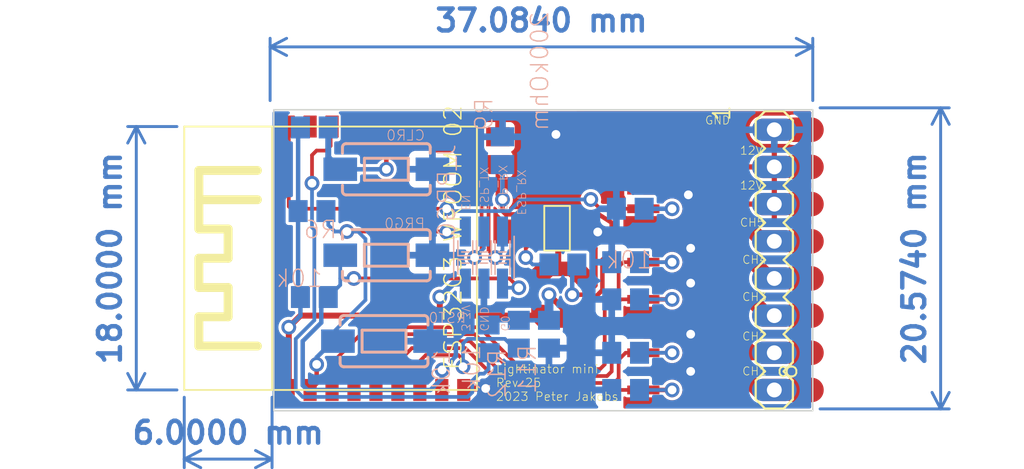
<source format=kicad_pcb>
(kicad_pcb (version 20211014) (generator pcbnew)
  (title_block (comment 4 "AISLER Project ID: PRCLBGUD"))
  (layers (0 "F.Cu" signal) (31 "B.Cu" signal) (34 "B.Paste" user) (35 "F.Paste" user) (36 "B.SilkS" user "B.Silkscreen") (37 "F.SilkS" user "F.Silkscreen") (38 "B.Mask" user) (39 "F.Mask" user) (44 "Edge.Cuts" user))
  (net 0 "")
  (net 1 "GND")
  (net 2 "CH1")
  (net 3 "CH3")
  (net 4 "CH2")
  (net 5 "CLR")
  (net 6 "12V")
  (net 7 "3V3")
  (net 8 "EN")
  (net 9 "CH5A")
  (net 10 "TX")
  (net 11 "RX")
  (net 12 "CH5")
  (net 13 "CH4")
  (net 14 "N$9")
  (net 15 "SW")
  (net 16 "BOOT")
  (net 17 "EN_P")
  (net 18 "PRG")
  (net 19 "IO2")
  (net 20 "IO8")
  (net 21 "CH4A")
  (net 22 "CH3A")
  (net 23 "CH2A")
  (net 24 "CH1A")
  (footprint "rgbww32c3wroom02:LPS4018" (layer "F.Cu") (at 168.1861 37.53485 -90)
    (fp_text reference "L1" hide)
    (fp_text value "15µH" hide)
    (fp_poly (pts (xy -0.6858 -1.142497) (xy -1.27 -0.545597) (xy -1.27 0.545597) (xy -0.6858 1.142497) (xy -0.6858 2.0066) (xy -1.664176 2.0066) (xy -2.2606 1.423731) (xy -2.2606 -1.423731) (xy -1.664176 -2.0066) (xy -0.6858 -2.0066)) (layer "F.Cu") (width 0) (fill solid))
    (fp_poly (pts (xy 2.2606 -1.423731) (xy 2.2606 1.423731) (xy 1.664176 2.0066) (xy 0.6858 2.0066) (xy 0.6858 1.142497) (xy 1.27 0.545597) (xy 1.27 -0.545597) (xy 0.6858 -1.142497) (xy 0.6858 -2.0066) (xy 1.664176 -2.0066)) (layer "F.Cu") (width 0) (fill solid))
    (pad "1" smd rect (at -1.905 0) (size 1.27 0.635) (layers "F.Cu" "F.Paste" "F.Mask") (net 15 "SW"))
    (pad "2" smd rect (at 1.905 0) (size 1.27 0.635) (layers "F.Cu" "F.Paste" "F.Mask") (net 7 "3V3"))
  )
  (footprint "rgbww32c3wroom02:SO08" (layer "F.Cu") (at 176.4411 42.1386 -90)
    (fp_text reference "U$1" hide)
    (fp_text value "AOD4806" hide)
    (pad "1" smd rect (at -1.905 2.6 270) (size 0.6 2.2) (layers "F.Cu" "F.Paste" "F.Mask") (net 1 "GND"))
    (pad "2" smd rect (at -0.635 2.6 270) (size 0.6 2.2) (layers "F.Cu" "F.Paste" "F.Mask") (net 23 "CH2A"))
    (pad "3" smd rect (at 0.635 2.6 270) (size 0.6 2.2) (layers "F.Cu" "F.Paste" "F.Mask") (net 1 "GND"))
    (pad "4" smd rect (at 1.905 2.6 270) (size 0.6 2.2) (layers "F.Cu" "F.Paste" "F.Mask") (net 24 "CH1A"))
    (pad "5" smd rect (at 1.905 -2.6 270) (size 0.6 2.2) (layers "F.Cu" "F.Paste" "F.Mask") (net 2 "CH1"))
    (pad "6" smd rect (at 0.635 -2.6 270) (size 0.6 2.2) (layers "F.Cu" "F.Paste" "F.Mask") (net 2 "CH1"))
    (pad "7" smd rect (at -0.635 -2.6 270) (size 0.6 2.2) (layers "F.Cu" "F.Paste" "F.Mask") (net 4 "CH2"))
    (pad "8" smd rect (at -1.905 -2.6 270) (size 0.6 2.2) (layers "F.Cu" "F.Paste" "F.Mask") (net 4 "CH2"))
  )
  (footprint "rgbww32c3wroom02:M0805" (layer "F.Cu") (at 163.89985 27.69235 90)
    (fp_text reference "R8" hide)
    (fp_text value "412kOhm" hide)
    (pad "1" smd rect (at -0.95 0 90) (size 1.3 1.6) (layers "F.Cu" "F.Paste" "F.Mask") (net 17 "EN_P"))
    (pad "2" smd rect (at 0.95 0 90) (size 1.3 1.6) (layers "F.Cu" "F.Paste" "F.Mask") (net 6 "12V"))
  )
  (footprint "rgbww32c3wroom02:SOT23-6" (layer "F.Cu") (at 168.8211 34.5186 180)
    (fp_text reference "U$6" hide)
    (fp_text value "TPS5604030" hide)
    (pad "1" smd rect (at -0.25 0.575 180) (size 1.1 0.6) (layers "F.Cu" "F.Paste" "F.Mask") (net 16 "BOOT"))
    (pad "2" smd rect (at -0.25 1.525 180) (size 1.1 0.6) (layers "F.Cu" "F.Paste" "F.Mask") (net 1 "GND"))
    (pad "3" smd rect (at -0.25 2.475 180) (size 1.1 0.6) (layers "F.Cu" "F.Paste" "F.Mask") (net 7 "3V3"))
    (pad "4" smd rect (at 2 2.475 180) (size 1.1 0.6) (layers "F.Cu" "F.Paste" "F.Mask") (net 17 "EN_P"))
    (pad "5" smd rect (at 2 1.525 180) (size 1.1 0.6) (layers "F.Cu" "F.Paste" "F.Mask") (net 6 "12V"))
    (pad "6" smd rect (at 2 0.575 180) (size 1.1 0.6) (layers "F.Cu" "F.Paste" "F.Mask") (net 15 "SW"))
  )
  (footprint "rgbww32c3wroom02:SO08" (layer "F.Cu") (at 176.4411 29.7561 -90)
    (fp_text reference "U$3" hide)
    (fp_text value "AOD4806" hide)
    (pad "1" smd rect (at -1.905 2.6 270) (size 0.6 2.2) (layers "F.Cu" "F.Paste" "F.Mask"))
    (pad "2" smd rect (at -0.635 2.6 270) (size 0.6 2.2) (layers "F.Cu" "F.Paste" "F.Mask"))
    (pad "3" smd rect (at 0.635 2.6 270) (size 0.6 2.2) (layers "F.Cu" "F.Paste" "F.Mask") (net 1 "GND"))
    (pad "4" smd rect (at 1.905 2.6 270) (size 0.6 2.2) (layers "F.Cu" "F.Paste" "F.Mask") (net 9 "CH5A"))
    (pad "5" smd rect (at 1.905 -2.6 270) (size 0.6 2.2) (layers "F.Cu" "F.Paste" "F.Mask") (net 12 "CH5"))
    (pad "6" smd rect (at 0.635 -2.6 270) (size 0.6 2.2) (layers "F.Cu" "F.Paste" "F.Mask") (net 12 "CH5"))
    (pad "7" smd rect (at -0.635 -2.6 270) (size 0.6 2.2) (layers "F.Cu" "F.Paste" "F.Mask"))
    (pad "8" smd rect (at -1.905 -2.6 270) (size 0.6 2.2) (layers "F.Cu" "F.Paste" "F.Mask"))
  )
  (footprint "rgbww32c3wroom02:MA08-1" (layer "F.Cu") (at 182.7911 35.1536 -90)
    (fp_text reference "SV1" hide)
    (fp_text value "" (at -1.27 2.921 90) (layer "F.SilkS") (effects (font (size 1.1557 1.1557) (thickness 0.1143)) (justify right)))
    (fp_text user "1" (at -9.398 2.921 -90) (layer "F.SilkS") (effects (font (size 1.143 1.143) (thickness 0.127)) (justify left bottom)))
    (fp_text user "8" (at 8.255 -1.651 -90) (layer "F.SilkS") (effects (font (size 1.143 1.143) (thickness 0.127)) (justify left bottom)))
    (pad "1" thru_hole oval (at -8.89 0) (size 3.048 1.524) (drill 1.016) (layers *.Cu *.Mask) (net 1 "GND"))
    (pad "2" thru_hole oval (at -6.35 0) (size 3.048 1.524) (drill 1.016) (layers *.Cu *.Mask) (net 6 "12V"))
    (pad "3" thru_hole oval (at -3.81 0) (size 3.048 1.524) (drill 1.016) (layers *.Cu *.Mask) (net 6 "12V"))
    (pad "4" thru_hole oval (at -1.27 0) (size 3.048 1.524) (drill 1.016) (layers *.Cu *.Mask) (net 12 "CH5"))
    (pad "5" thru_hole oval (at 1.27 0) (size 3.048 1.524) (drill 1.016) (layers *.Cu *.Mask) (net 13 "CH4"))
    (pad "6" thru_hole oval (at 3.81 0) (size 3.048 1.524) (drill 1.016) (layers *.Cu *.Mask) (net 3 "CH3"))
    (pad "7" thru_hole oval (at 6.35 0) (size 3.048 1.524) (drill 1.016) (layers *.Cu *.Mask) (net 4 "CH2"))
    (pad "8" thru_hole oval (at 8.89 0) (size 3.048 1.524) (drill 1.016) (layers *.Cu *.Mask) (net 2 "CH1"))
  )
  (footprint "rgbww32c3wroom02:SMD" (layer "F.Cu") (at 155.1686 35.1536 90)
    (fp_text reference "U$5" hide)
    (fp_text value "ESP32C3WROOM02" hide)
    (fp_text user "ESP32C3 WROOM 02" (at -7.62 6.35 90) (layer "F.SilkS") (effects (font (size 1.1684 1.1684) (thickness 0.1016)) (justify left bottom)))
    (pad "P$1" smd rect (at -8.89 6.4 90) (size 1.5 0.9) (layers "F.Cu" "F.Paste" "F.Mask") (net 1 "GND"))
    (pad "P$2" smd rect (at -8.89 4.9 90) (size 1.5 0.9) (layers "F.Cu" "F.Paste" "F.Mask") (net 18 "PRG"))
    (pad "P$3" smd rect (at -8.89 3.4 90) (size 1.5 0.9) (layers "F.Cu" "F.Paste" "F.Mask") (net 20 "IO8"))
    (pad "P$4" smd rect (at -8.89 1.9 90) (size 1.5 0.9) (layers "F.Cu" "F.Paste" "F.Mask") (net 24 "CH1A"))
    (pad "P$5" smd rect (at -8.89 0.4 90) (size 1.5 0.9) (layers "F.Cu" "F.Paste" "F.Mask") (net 23 "CH2A"))
    (pad "P$6" smd rect (at -8.89 -1.1 90) (size 1.5 0.9) (layers "F.Cu" "F.Paste" "F.Mask") (net 22 "CH3A"))
    (pad "P$7" smd rect (at -8.89 -2.6 90) (size 1.5 0.9) (layers "F.Cu" "F.Paste" "F.Mask") (net 21 "CH4A"))
    (pad "P$8" smd rect (at -8.89 -4.1 90) (size 1.5 0.9) (layers "F.Cu" "F.Paste" "F.Mask") (net 8 "EN"))
    (pad "P$9" smd rect (at -8.89 -5.6 90) (size 1.5 0.9) (layers "F.Cu" "F.Paste" "F.Mask") (net 7 "3V3"))
    (pad "P$10" smd rect (at 9.11 6.4 90) (size 1.5 0.9) (layers "F.Cu" "F.Paste" "F.Mask"))
    (pad "P$11" smd rect (at 9.11 4.9 90) (size 1.5 0.9) (layers "F.Cu" "F.Paste" "F.Mask") (net 11 "RX"))
    (pad "P$12" smd rect (at 9.11 3.4 90) (size 1.5 0.9) (layers "F.Cu" "F.Paste" "F.Mask") (net 10 "TX"))
    (pad "P$13" smd rect (at 9.11 1.9 90) (size 1.5 0.9) (layers "F.Cu" "F.Paste" "F.Mask") (net 5 "CLR"))
    (pad "P$14" smd rect (at 9.11 0.4 90) (size 1.5 0.9) (layers "F.Cu" "F.Paste" "F.Mask") (net 14 "N$9"))
    (pad "P$15" smd rect (at 9.11 -1.1 90) (size 1.5 0.9) (layers "F.Cu" "F.Paste" "F.Mask"))
    (pad "P$16" smd rect (at 9.11 -2.6 90) (size 1.5 0.9) (layers "F.Cu" "F.Paste" "F.Mask") (net 19 "IO2"))
    (pad "P$17" smd rect (at 9.11 -4.1 90) (size 1.5 0.9) (layers "F.Cu" "F.Paste" "F.Mask"))
    (pad "P$18" smd rect (at 9.11 -5.6 90) (size 1.5 0.9) (layers "F.Cu" "F.Paste" "F.Mask") (net 9 "CH5A"))
  )
  (footprint "rgbww32c3wroom02:C1210" (layer "F.Cu") (at 170.56735 27.8511 90)
    (fp_text reference "C3" hide)
    (fp_text value "4.7µF" hide)
    (pad "1" smd rect (at -1.4 0 90) (size 1.6 2.7) (layers "F.Cu" "F.Paste" "F.Mask") (net 6 "12V"))
    (pad "2" smd rect (at 1.4 0 90) (size 1.6 2.7) (layers "F.Cu" "F.Paste" "F.Mask") (net 1 "GND"))
  )
  (footprint "rgbww32c3wroom02:SO08" (layer "F.Cu") (at 176.4411 35.94735 -90)
    (fp_text reference "U$2" hide)
    (fp_text value "AOD4806" hide)
    (pad "1" smd rect (at -1.905 2.6 270) (size 0.6 2.2) (layers "F.Cu" "F.Paste" "F.Mask") (net 1 "GND"))
    (pad "2" smd rect (at -0.635 2.6 270) (size 0.6 2.2) (layers "F.Cu" "F.Paste" "F.Mask") (net 21 "CH4A"))
    (pad "3" smd rect (at 0.635 2.6 270) (size 0.6 2.2) (layers "F.Cu" "F.Paste" "F.Mask") (net 1 "GND"))
    (pad "4" smd rect (at 1.905 2.6 270) (size 0.6 2.2) (layers "F.Cu" "F.Paste" "F.Mask") (net 22 "CH3A"))
    (pad "5" smd rect (at 1.905 -2.6 270) (size 0.6 2.2) (layers "F.Cu" "F.Paste" "F.Mask") (net 3 "CH3"))
    (pad "6" smd rect (at 0.635 -2.6 270) (size 0.6 2.2) (layers "F.Cu" "F.Paste" "F.Mask") (net 3 "CH3"))
    (pad "7" smd rect (at -0.635 -2.6 270) (size 0.6 2.2) (layers "F.Cu" "F.Paste" "F.Mask") (net 13 "CH4"))
    (pad "8" smd rect (at -1.905 -2.6 270) (size 0.6 2.2) (layers "F.Cu" "F.Paste" "F.Mask") (net 13 "CH4"))
  )
  (footprint "rgbww32c3wroom02:C0805" (layer "F.Cu") (at 167.07485 29.1211 180)
    (fp_text reference "C4" hide)
    (fp_text value "100nF" hide)
    (pad "1" smd rect (at -0.95 0 180) (size 1.3 1.5) (layers "F.Cu" "F.Paste" "F.Mask") (net 6 "12V"))
    (pad "2" smd rect (at 0.95 0 180) (size 1.3 1.5) (layers "F.Cu" "F.Paste" "F.Mask") (net 1 "GND"))
  )
  (footprint "rgbww32c3wroom02:R0805" (layer "B.Cu") (at 165.3286 40.2336 90)
    (fp_text reference "R11" (at -0.635 1.27 270) (layer "B.SilkS") (effects (font (size 1.1684 1.1684) (thickness 0.1016)) (justify left bottom mirror)))
    (fp_text value "10k" (at -0.635 -2.54 270) (layer "B.SilkS") (effects (font (size 1.1684 1.1684) (thickness 0.1016)) (justify left bottom mirror)))
    (pad "1" smd rect (at -0.95 0 90) (size 1.3 1.5) (layers "B.Cu" "B.Paste" "B.Mask") (net 20 "IO8"))
    (pad "2" smd rect (at 0.95 0 90) (size 1.3 1.5) (layers "B.Cu" "B.Paste" "B.Mask") (net 7 "3V3"))
  )
  (footprint "rgbww32c3wroom02:R0805" (layer "B.Cu") (at 172.6311 37.85235 180)
    (fp_text reference "R2" hide)
    (fp_text value "10k" hide)
    (pad "1" smd rect (at -0.95 0 180) (size 1.3 1.5) (layers "B.Cu" "B.Paste" "B.Mask") (net 22 "CH3A"))
    (pad "2" smd rect (at 0.95 0 180) (size 1.3 1.5) (layers "B.Cu" "B.Paste" "B.Mask") (net 1 "GND"))
  )
  (footprint "rgbww32c3wroom02:06" (layer "B.Cu") (at 162.94735 34.99485)
    (fp_text reference "J_PRG0" (at -2.54 -1.27 -90) (layer "B.SilkS") (effects (font (size 1.176528 1.176528) (thickness 0.093472)) (justify right mirror)))
    (fp_text value "1296-T06" hide)
    (pad "1" smd rect (at -1.27 -1.78) (size 0.76 2.05) (layers "B.Cu" "B.Paste" "B.Mask") (net 8 "EN"))
    (pad "2" smd rect (at -1.27 1.78) (size 0.76 2.05) (layers "B.Cu" "B.Paste" "B.Mask") (net 7 "3V3"))
    (pad "3" smd rect (at 0 -1.78) (size 0.76 2.05) (layers "B.Cu" "B.Paste" "B.Mask") (net 10 "TX"))
    (pad "4" smd rect (at 0 1.78) (size 0.76 2.05) (layers "B.Cu" "B.Paste" "B.Mask") (net 1 "GND"))
    (pad "5" smd rect (at 1.27 -1.78) (size 0.76 2.05) (layers "B.Cu" "B.Paste" "B.Mask") (net 11 "RX"))
    (pad "6" smd rect (at 1.27 1.78) (size 0.76 2.05) (layers "B.Cu" "B.Paste" "B.Mask") (net 18 "PRG"))
  )
  (footprint "rgbww32c3wroom02:R0805" (layer "B.Cu") (at 163.26485 40.5511 90)
    (fp_text reference "R12" (at -0.635 1.27 270) (layer "B.SilkS") (effects (font (size 1.1684 1.1684) (thickness 0.1016)) (justify left bottom mirror)))
    (fp_text value "10k" (at -0.635 -2.54 270) (layer "B.SilkS") (effects (font (size 1.1684 1.1684) (thickness 0.1016)) (justify left bottom mirror)))
    (pad "1" smd rect (at -0.95 0 90) (size 1.3 1.5) (layers "B.Cu" "B.Paste" "B.Mask") (net 19 "IO2"))
    (pad "2" smd rect (at 0.95 0 90) (size 1.3 1.5) (layers "B.Cu" "B.Paste" "B.Mask") (net 7 "3V3"))
  )
  (footprint "rgbww32c3wroom02:R0805" (layer "B.Cu") (at 172.6311 35.31235 180)
    (fp_text reference "R5" hide)
    (fp_text value "10k" hide)
    (pad "1" smd rect (at -0.95 0 180) (size 1.3 1.5) (layers "B.Cu" "B.Paste" "B.Mask") (net 21 "CH4A"))
    (pad "2" smd rect (at 0.95 0 180) (size 1.3 1.5) (layers "B.Cu" "B.Paste" "B.Mask") (net 1 "GND"))
  )
  (footprint "rgbww32c3wroom02:R0805" (layer "B.Cu") (at 172.9486 31.6611)
    (fp_text reference "R1" hide)
    (fp_text value "10k" hide)
    (pad "1" smd rect (at -0.95 0) (size 1.3 1.5) (layers "B.Cu" "B.Paste" "B.Mask") (net 1 "GND"))
    (pad "2" smd rect (at 0.95 0) (size 1.3 1.5) (layers "B.Cu" "B.Paste" "B.Mask") (net 9 "CH5A"))
  )
  (footprint "rgbww32c3wroom02:M0805" (layer "B.Cu") (at 164.21735 27.69235 -90)
    (fp_text reference "R9" (at -1.27 1.27 -270) (layer "B.SilkS") (effects (font (size 1.176528 1.176528) (thickness 0.093472)) (justify right mirror)))
    (fp_text value "200kOhm" (at -1.27 -2.54 -270) (layer "B.SilkS") (effects (font (size 1.176528 1.176528) (thickness 0.093472)) (justify right mirror)))
    (pad "1" smd rect (at -0.95 0 270) (size 1.3 1.6) (layers "B.Cu" "B.Paste" "B.Mask") (net 1 "GND"))
    (pad "2" smd rect (at 0.95 0 270) (size 1.3 1.6) (layers "B.Cu" "B.Paste" "B.Mask") (net 17 "EN_P"))
  )
  (footprint "rgbww32c3wroom02:TACTILE-SWITCH-1101NE" (layer "B.Cu") (at 156.27985 34.8361 180)
    (fp_text reference "PRG0" (at -2.6825 2.15875) (layer "B.SilkS") (effects (font (size 0.705917 0.705917) (thickness 0.056083)) (justify left mirror)))
    (fp_text value "" (at -3 -2.7) (layer "B.SilkS") (effects (font (size 0.705917 0.705917) (thickness 0.056083)) (justify left mirror)))
    (pad "1" smd rect (at -3.15 0) (size 2.3 1.6) (layers "B.Cu" "B.Paste" "B.Mask") (net 1 "GND"))
    (pad "2" smd rect (at 3.15 0) (size 2.3 1.6) (layers "B.Cu" "B.Paste" "B.Mask") (net 18 "PRG"))
  )
  (footprint "rgbww32c3wroom02:TACTILE-SWITCH-1101NE" (layer "B.Cu") (at 156.1211 40.70985 180)
    (fp_text reference "RST0" (at -3 2) (layer "B.SilkS") (effects (font (size 0.70104 0.70104) (thickness 0.06096)) (justify right top mirror)))
    (fp_text value "" (at -3 -2.7) (layer "B.SilkS") (effects (font (size 0.70104 0.70104) (thickness 0.06096)) (justify right top mirror)))
    (pad "1" smd rect (at -3.15 0) (size 2.3 1.6) (layers "B.Cu" "B.Paste" "B.Mask") (net 1 "GND"))
    (pad "2" smd rect (at 3.15 0) (size 2.3 1.6) (layers "B.Cu" "B.Paste" "B.Mask") (net 8 "EN"))
  )
  (footprint "rgbww32c3wroom02:R0805" (layer "B.Cu") (at 172.6311 44.0436 180)
    (fp_text reference "R4" hide)
    (fp_text value "10k" (at -1.905 8.89) (layer "B.SilkS") (effects (font (size 1.176528 1.176528) (thickness 0.093472)) (justify left mirror)))
    (pad "1" smd rect (at -0.95 0 180) (size 1.3 1.5) (layers "B.Cu" "B.Paste" "B.Mask") (net 24 "CH1A"))
    (pad "2" smd rect (at 0.95 0 180) (size 1.3 1.5) (layers "B.Cu" "B.Paste" "B.Mask") (net 1 "GND"))
  )
  (footprint "rgbww32c3wroom02:R0805" (layer "B.Cu") (at 151.3586 26.10485)
    (fp_text reference "R10" hide)
    (fp_text value "10k" hide)
    (pad "1" smd rect (at -0.95 0) (size 1.3 1.5) (layers "B.Cu" "B.Paste" "B.Mask") (net 7 "3V3"))
    (pad "2" smd rect (at 0.95 0) (size 1.3 1.5) (layers "B.Cu" "B.Paste" "B.Mask") (net 5 "CLR"))
  )
  (footprint "rgbww32c3wroom02:C0805" (layer "B.Cu") (at 168.34485 35.4711 180)
    (fp_text reference "C6" hide)
    (fp_text value "100nF" hide)
    (pad "1" smd rect (at -0.95 0 180) (size 1.3 1.5) (layers "B.Cu" "B.Paste" "B.Mask") (net 16 "BOOT"))
    (pad "2" smd rect (at 0.95 0 180) (size 1.3 1.5) (layers "B.Cu" "B.Paste" "B.Mask") (net 15 "SW"))
  )
  (footprint "rgbww32c3wroom02:R0805" (layer "B.Cu") (at 151.19985 31.81985)
    (fp_text reference "R6" (at -0.635 1.27) (layer "B.SilkS") (effects (font (size 1.176528 1.176528) (thickness 0.093472)) (justify right mirror)))
    (fp_text value "10k" hide)
    (pad "1" smd rect (at -0.95 0) (size 1.3 1.5) (layers "B.Cu" "B.Paste" "B.Mask") (net 7 "3V3"))
    (pad "2" smd rect (at 0.95 0) (size 1.3 1.5) (layers "B.Cu" "B.Paste" "B.Mask") (net 8 "EN"))
  )
  (footprint "rgbww32c3wroom02:C0805" (layer "B.Cu") (at 167.39235 40.2336 -90)
    (fp_text reference "C5" hide)
    (fp_text value "22µF" hide)
    (pad "1" smd rect (at -0.95 0 270) (size 1.3 1.5) (layers "B.Cu" "B.Paste" "B.Mask") (net 7 "3V3"))
    (pad "2" smd rect (at 0.95 0 270) (size 1.3 1.5) (layers "B.Cu" "B.Paste" "B.Mask") (net 1 "GND"))
  )
  (footprint "rgbww32c3wroom02:TACTILE-SWITCH-1101NE" (layer "B.Cu") (at 156.27985 28.96235 180)
    (fp_text reference "CLR0" (at -2.6825 2.3175) (layer "B.SilkS") (effects (font (size 0.705917 0.705917) (thickness 0.056083)) (justify left mirror)))
    (fp_text value "" (at -3 -2.7) (layer "B.SilkS") (effects (font (size 0.705917 0.705917) (thickness 0.056083)) (justify left mirror)))
    (pad "1" smd rect (at -3.15 0) (size 2.3 1.6) (layers "B.Cu" "B.Paste" "B.Mask") (net 1 "GND"))
    (pad "2" smd rect (at 3.15 0) (size 2.3 1.6) (layers "B.Cu" "B.Paste" "B.Mask") (net 5 "CLR"))
  )
  (footprint "rgbww32c3wroom02:R0805" (layer "B.Cu") (at 172.6311 41.5036 180)
    (fp_text reference "R3" hide)
    (fp_text value "10k" hide)
    (pad "1" smd rect (at -0.95 0 180) (size 1.3 1.5) (layers "B.Cu" "B.Paste" "B.Mask") (net 23 "CH2A"))
    (pad "2" smd rect (at 0.95 0 180) (size 1.3 1.5) (layers "B.Cu" "B.Paste" "B.Mask") (net 1 "GND"))
  )
  (footprint "rgbww32c3wroom02:R0805" (layer "B.Cu") (at 151.3586 37.6936 180)
    (fp_text reference "R7" hide)
    (fp_text value "10k" (at -0.635 1.27) (layer "B.SilkS") (effects (font (size 1.176528 1.176528) (thickness 0.093472)) (justify left mirror)))
    (pad "1" smd rect (at -0.95 0 180) (size 1.3 1.5) (layers "B.Cu" "B.Paste" "B.Mask") (net 18 "PRG"))
    (pad "2" smd rect (at 0.95 0 180) (size 1.3 1.5) (layers "B.Cu" "B.Paste" "B.Mask") (net 7 "3V3"))
  )
  (gr_line (start 184.15 41.5036) (end 185.3311 41.5036) (layer "F.Cu") (width 1.6764))
  (gr_line (start 184.15 38.9636) (end 185.3311 38.9636) (layer "F.Cu") (width 1.6764))
  (gr_line (start 184.15 36.4236) (end 185.3311 36.4236) (layer "F.Cu") (width 1.6764))
  (gr_line (start 184.15 26.2636) (end 185.3311 26.2636) (layer "F.Cu") (width 1.6764))
  (gr_line (start 184.15 33.8836) (end 185.3311 33.8836) (layer "F.Cu") (width 1.6764))
  (gr_line (start 184.15 44.0436) (end 185.3311 44.0436) (layer "F.Cu") (width 1.6764))
  (gr_line (start 184.15 28.8036) (end 185.3311 28.8036) (layer "F.Cu") (width 1.6764))
  (gr_line (start 184.15 31.3436) (end 185.3311 31.3436) (layer "F.Cu") (width 1.6764))
  (gr_rect (start 148.59 24.892) (end 185.42 45.466) (layer "Edge.Cuts") (width 0.1) (fill none))
  (gr_text "ESP_TX" (at 162.62985 31.81985 -90) (layer "B.SilkS") (effects (font (size 0.560832 0.560832) (thickness 0.048768)) (justify left bottom mirror)))
  (gr_text "ESP_RX" (at 165.16985 32.13735 -90) (layer "B.SilkS") (effects (font (size 0.560832 0.560832) (thickness 0.048768)) (justify left bottom mirror)))
  (gr_text "G0" (at 164.0586 40.07485 -90) (layer "B.SilkS") (effects (font (size 0.560832 0.560832) (thickness 0.048768)) (justify left bottom mirror)))
  (gr_text "EN" (at 161.35985 31.81985 -90) (layer "B.SilkS") (effects (font (size 0.560832 0.560832) (thickness 0.048768)) (justify left bottom mirror)))
  (gr_text "ESP_RX" (at 163.89985 31.81985 -90) (layer "B.SilkS") (effects (font (size 0.560832 0.560832) (thickness 0.048768)) (justify left bottom mirror)))
  (gr_text "GND" (at 162.62985 40.07485 -90) (layer "B.SilkS") (effects (font (size 0.560832 0.560832) (thickness 0.048768)) (justify left bottom mirror)))
  (gr_text "3.3V" (at 161.35985 40.07485 -90) (layer "B.SilkS") (effects (font (size 0.560832 0.560832) (thickness 0.048768)) (justify left bottom mirror)))
  (gr_text "GND" (at 178.0286 25.9461) (layer "F.SilkS") (effects (font (size 0.560832 0.560832) (thickness 0.048768)) (justify left bottom)))
  (gr_text "CH1" (at 180.5686 43.0911) (layer "F.SilkS") (effects (font (size 0.560832 0.560832) (thickness 0.048768)) (justify left bottom)))
  (gr_text "12V" (at 180.40985 30.3911) (layer "F.SilkS") (effects (font (size 0.560832 0.560832) (thickness 0.048768)) (justify left bottom)))
  (gr_text "CH3" (at 180.5686 38.0111) (layer "F.SilkS") (effects (font (size 0.560832 0.560832) (thickness 0.048768)) (justify left bottom)))
  (gr_text "Lightinator mini\nRev 25\n2023 Peter Jakobs" (at 163.7411 44.83735) (layer "F.SilkS") (effects (font (size 0.5842 0.5842) (thickness 0.0508)) (justify left bottom)))
  (gr_text "CH4" (at 180.5686 35.4711) (layer "F.SilkS") (effects (font (size 0.560832 0.560832) (thickness 0.048768)) (justify left bottom)))
  (gr_text "12V" (at 180.40985 28.00985) (layer "F.SilkS") (effects (font (size 0.560832 0.560832) (thickness 0.048768)) (justify left bottom)))
  (gr_text "CH2" (at 180.5686 40.70985) (layer "F.SilkS") (effects (font (size 0.560832 0.560832) (thickness 0.048768)) (justify left bottom)))
  (gr_text "CH5" (at 180.40985 32.9311) (layer "F.SilkS") (effects (font (size 0.560832 0.560832) (thickness 0.048768)) (justify left bottom)))
  (dimension (type aligned) (layer "B.Cu") (pts (xy 185.42 24.765) (xy 185.42 45.339)) (height -8.7374) (gr_text "20,5740 mm" (at 192.3574 35.052 90) (layer "B.Cu") (effects (font (size 1.5 1.5) (thickness 0.3)))) (format (units 3) (units_format 1) (precision 4)) (style (thickness 0.2) (arrow_length 1.27) (text_position_mode 0) (extension_height 0.58642) (extension_offset 0.5) keep_text_aligned))
  (dimension (type aligned) (layer "B.Cu") (pts (xy 142.4686 44.0436) (xy 148.4686 44.0436)) (height 4.7244) (gr_text "6,0000 mm" (at 145.4686 46.968) (layer "B.Cu") (effects (font (size 1.5 1.5) (thickness 0.3)))) (format (units 3) (units_format 1) (precision 4)) (style (thickness 0.2) (arrow_length 1.27) (text_position_mode 0) (extension_height 0.58642) (extension_offset 0.5) keep_text_aligned))
  (dimension (type aligned) (layer "B.Cu") (pts (xy 148.336 24.765) (xy 185.42 24.765)) (height -4.1656) (gr_text "37,0840 mm" (at 166.878 18.7994) (layer "B.Cu") (effects (font (size 1.5 1.5) (thickness 0.3)))) (format (units 3) (units_format 1) (precision 4)) (style (thickness 0.2) (arrow_length 1.27) (text_position_mode 0) (extension_height 0.58642) (extension_offset 0.5) keep_text_aligned))
  (dimension (type aligned) (layer "B.Cu") (pts (xy 142.4686 26.0436) (xy 142.4686 44.0436)) (height 3.2766) (gr_text "18,0000 mm" (at 137.392 35.0436 90) (layer "B.Cu") (effects (font (size 1.5 1.5) (thickness 0.3)))) (format (units 3) (units_format 1) (precision 4)) (style (thickness 0.2) (arrow_length 1.27) (text_position_mode 0) (extension_height 0.58642) (extension_offset 0.5) keep_text_aligned))
  (segment (start 170.4711 32.9936) (end 170.7261 33.2486) (width 0.4064) (layer "F.Cu") (net 1))
  (segment (start 161.5686 44.0436) (end 161.6702 43.942) (width 0.4064) (layer "F.Cu") (net 1))
  (segment (start 173.9011 40.2336) (end 175.8061 40.2336) (width 0.6096) (layer "F.Cu") (net 1))
  (segment (start 167.8686 26.5811) (end 170.43735 26.5811) (width 0.4064) (layer "F.Cu") (net 1))
  (segment (start 161.6702 43.942) (end 163.068 43.942) (width 0.4064) (layer "F.Cu") (net 1))
  (segment (start 173.9011 34.04235) (end 175.64735 34.04235) (width 0.6096) (layer "F.Cu") (net 1))
  (segment (start 166.12485 29.1211) (end 166.12485 26.8961) (width 0.4064) (layer "F.Cu") (net 1))
  (segment (start 173.9011 30.3911) (end 175.64735 30.3911) (width 0.6096) (layer "F.Cu") (net 1))
  (segment (start 170.43735 26.5811) (end 170.56735 26.4511) (width 0.4064) (layer "F.Cu") (net 1))
  (segment (start 169.0711 32.9936) (end 170.4711 32.9936) (width 0.4064) (layer "F.Cu") (net 1))
  (segment (start 166.12485 26.8961) (end 166.43985 26.5811) (width 0.4064) (layer "F.Cu") (net 1))
  (segment (start 173.9011 36.58235) (end 175.8061 36.58235) (width 0.6096) (layer "F.Cu") (net 1))
  (segment (start 166.43985 26.5811) (end 167.8686 26.5811) (width 0.4064) (layer "F.Cu") (net 1))
  (segment (start 170.5411 26.42485) (end 170.56735 26.4511) (width 0.4064) (layer "F.Cu") (net 1))
  (segment (start 173.9011 42.7736) (end 175.8061 42.7736) (width 0.6096) (layer "F.Cu") (net 1))
  (via (at 177.0761 34.35985) (size 1.0064) (drill 0.6) (layers "F.Cu" "B.Cu") (net 1))
  (via (at 177.0761 40.2336) (size 1.0064) (drill 0.6) (layers "F.Cu" "B.Cu") (net 1))
  (via (at 167.8686 26.5811) (size 1.0064) (drill 0.6) (layers "F.Cu" "B.Cu") (net 1))
  (via (at 163.068 43.942) (size 1.0064) (drill 0.6) (layers "F.Cu" "B.Cu") (net 1))
  (via (at 170.7261 33.2486) (size 1.0064) (drill 0.6) (layers "F.Cu" "B.Cu") (net 1))
  (via (at 177.0761 42.7736) (size 1.0064) (drill 0.6) (layers "F.Cu" "B.Cu") (net 1))
  (via (at 177.0761 36.7411) (size 1.0064) (drill 0.6) (layers "F.Cu" "B.Cu") (net 1))
  (via (at 176.91735 30.7086) (size 1.0064) (drill 0.6) (layers "F.Cu" "B.Cu") (net 1))
  (segment (start 181.67985 44.0436) (end 181.04485 43.4086) (width 1.016) (layer "F.Cu") (net 2))
  (segment (start 181.04485 43.4086) (end 179.0411 43.4086) (width 1.016) (layer "F.Cu") (net 2))
  (segment (start 182.7911 44.0436) (end 181.67985 44.0436) (width 1.016) (layer "F.Cu") (net 2))
  (segment (start 179.0411 44.0436) (end 179.0411 43.4086) (width 1.016) (layer "F.Cu") (net 2))
  (segment (start 179.0411 43.4086) (end 179.0411 42.7736) (width 1.016) (layer "F.Cu") (net 2))
  (segment (start 180.5686 37.21735) (end 179.6761 37.21735) (width 1.016) (layer "F.Cu") (net 3))
  (segment (start 179.6761 37.21735) (end 179.0411 37.85235) (width 1.016) (layer "F.Cu") (net 3))
  (segment (start 182.7911 38.9636) (end 182.31485 38.9636) (width 1.016) (layer "F.Cu") (net 3))
  (segment (start 179.0411 37.85235) (end 179.0411 36.58235) (width 1.016) (layer "F.Cu") (net 3))
  (segment (start 182.31485 38.9636) (end 180.5686 37.21735) (width 1.016) (layer "F.Cu") (net 3))
  (segment (start 181.2036 41.5036) (end 180.5686 40.8686) (width 1.016) (layer "F.Cu") (net 4))
  (segment (start 180.5686 40.8686) (end 179.0411 40.8686) (width 1.016) (layer "F.Cu") (net 4))
  (segment (start 179.0411 41.5036) (end 179.0411 40.8686) (width 1.016) (layer "F.Cu") (net 4))
  (segment (start 182.7911 41.5036) (end 181.2036 41.5036) (width 1.016) (layer "F.Cu") (net 4))
  (segment (start 179.0411 40.8686) (end 179.0411 40.2336) (width 1.016) (layer "F.Cu") (net 4))
  (segment (start 157.0686 27.06235) (end 156.27985 27.8511) (width 0.3048) (layer "F.Cu") (net 5))
  (segment (start 156.27985 27.8511) (end 156.27985 28.96235) (width 0.3048) (layer "F.Cu") (net 5))
  (segment (start 157.0686 26.0436) (end 157.0686 27.06235) (width 0.3048) (layer "F.Cu") (net 5))
  (via (at 156.27985 28.96235) (size 1.0064) (drill 0.6) (layers "F.Cu" "B.Cu") (net 5))
  (segment (start 153.12985 28.96235) (end 152.3086 28.1411) (width 0.4064) (layer "B.Cu") (net 5))
  (segment (start 152.3086 28.1411) (end 152.3086 26.10485) (width 0.4064) (layer "B.Cu") (net 5))
  (segment (start 153.12985 28.96235) (end 156.27985 28.96235) (width 0.3048) (layer "B.Cu") (net 5))
  (segment (start 171.0436 35.1536) (end 171.0436 37.21735) (width 0.3048) (layer "F.Cu") (net 7))
  (segment (start 168.34485 38.48735) (end 167.39235 37.53485) (width 0.4064) (layer "F.Cu") (net 7))
  (segment (start 168.34485 38.9636) (end 168.34485 38.48735) (width 0.4064) (layer "F.Cu") (net 7))
  (segment (start 169.93235 38.3286) (end 169.4561 38.3286) (width 0.3048) (layer "F.Cu") (net 7))
  (segment (start 171.6786 34.5186) (end 171.0436 35.1536) (width 0.3048) (layer "F.Cu") (net 7))
  (segment (start 170.7911 32.0436) (end 171.6786 32.6136) (width 0.3048) (layer "F.Cu") (net 7))
  (segment (start 149.61235 43.99985) (end 149.5686 44.0436) (width 0.4064) (layer "F.Cu") (net 7))
  (segment (start 159.9311 38.9636) (end 150.4061 38.9636) (width 0.4064) (layer "F.Cu") (net 7))
  (segment (start 150.4061 38.9636) (end 149.61235 39.75735) (width 0.4064) (layer "F.Cu") (net 7))
  (segment (start 169.4561 38.3286) (end 168.8211 38.9636) (width 0.3048) (layer "F.Cu") (net 7))
  (segment (start 171.6786 32.6136) (end 171.6786 34.5186) (width 0.3048) (layer "F.Cu") (net 7))
  (segment (start 169.0711 32.0436) (end 170.7911 32.0436) (width 0.3048) (layer "F.Cu") (net 7))
  (segment (start 159.9311 37.6936) (end 159.9311 38.9636) (width 0.4064) (layer "F.Cu") (net 7))
  (segment (start 171.0436 37.21735) (end 169.93235 38.3286) (width 0.3048) (layer "F.Cu") (net 7))
  (segment (start 168.8211 38.9636) (end 168.34485 38.9636) (width 0.3048) (layer "F.Cu") (net 7))
  (segment (start 168.34485 38.9636) (end 168.1861 39.43985) (width 0.4064) (layer "F.Cu") (net 7))
  (segment (start 149.61235 39.75735) (end 149.61235 43.99985) (width 0.4064) (layer "F.Cu") (net 7))
  (segment (start 159.9311 38.9636) (end 168.34485 38.9636) (width 0.4064) (layer "F.Cu") (net 7))
  (via (at 159.9311 37.6936) (size 1.0064) (drill 0.6) (layers "F.Cu" "B.Cu") (net 7))
  (via (at 167.39235 37.53485) (size 1.0064) (drill 0.6) (layers "F.Cu" "B.Cu") (net 7))
  (via (at 149.61235 39.75735) (size 1.0064) (drill 0.6) (layers "F.Cu" "B.Cu") (net 7))
  (segment (start 150.4086 37.6936) (end 150.4086 38.9611) (width 0.3048) (layer "B.Cu") (net 7))
  (segment (start 150.24985 31.81985) (end 150.24985 26.2636) (width 0.3048) (layer "B.Cu") (net 7))
  (segment (start 150.24735 31.81985) (end 150.24735 37.53235) (width 0.3048) (layer "B.Cu") (net 7))
  (segment (start 150.24735 37.53235) (end 150.4086 37.6936) (width 0.3048) (layer "B.Cu") (net 7))
  (segment (start 167.39235 37.53485) (end 167.39235 39.2836) (width 0.6096) (layer "B.Cu") (net 7))
  (segment (start 167.2311 39.2836) (end 167.5511 38.9636) (width 0.3048) (layer "B.Cu") (net 7))
  (segment (start 150.4086 38.9611) (end 149.61235 39.75735) (width 0.3048) (layer "B.Cu") (net 7))
  (segment (start 161.67735 36.77485) (end 160.84985 36.77485) (width 0.4064) (layer "B.Cu") (net 7))
  (segment (start 160.84985 36.77485) (end 159.9311 37.6936) (width 0.4064) (layer "B.Cu") (net 7))
  (segment (start 167.2311 39.2836) (end 165.3286 39.2836) (width 0.3048) (layer "B.Cu") (net 7))
  (segment (start 163.58235 39.2836) (end 163.26485 39.6011) (width 0.3048) (layer "B.Cu") (net 7))
  (segment (start 165.3286 39.2836) (end 163.58235 39.2836) (width 0.3048) (layer "B.Cu") (net 7))
  (segment (start 153.5811 33.21485) (end 160.3736 33.21485) (width 0.254) (layer "F.Cu") (net 8))
  (segment (start 151.51735 43.59485) (end 151.51735 42.29735) (width 0.3048) (layer "F.Cu") (net 8))
  (segment (start 151.0686 44.0436) (end 151.51735 43.59485) (width 0.3048) (layer "F.Cu") (net 8))
  (segment (start 160.3736 33.21485) (end 160.40735 33.2486) (width 0.254) (layer "F.Cu") (net 8))
  (via (at 151.51735 42.29735) (size 1.0064) (drill 0.6) (layers "F.Cu" "B.Cu") (net 8))
  (via (at 160.40735 33.2486) (size 1.0064) (drill 0.6) (layers "F.Cu" "B.Cu") (net 8))
  (via (at 153.5811 33.21485) (size 1.0064) (drill 0.6) (layers "F.Cu" "B.Cu") (net 8))
  (segment (start 160.4411 33.21485) (end 160.40735 33.2486) (width 0.254) (layer "B.Cu") (net 8))
  (segment (start 152.9461 40.09985) (end 152.9711 40.70985) (width 0.4064) (layer "B.Cu") (net 8))
  (segment (start 152.7536 33.21485) (end 153.5811 33.21485) (width 0.254) (layer "B.Cu") (net 8))
  (segment (start 154.3411 33.21485) (end 153.5811 33.21485) (width 0.254) (layer "B.Cu") (net 8))
  (segment (start 152.3111 31.9811) (end 152.3111 32.77235) (width 0.254) (layer "B.Cu") (net 8))
  (segment (start 152.3111 31.9811) (end 152.14985 31.81985) (width 0.3048) (layer "B.Cu") (net 8))
  (segment (start 152.9461 41.1861) (end 152.9461 40.09985) (width 0.4064) (layer "B.Cu") (net 8))
  (segment (start 152.3111 32.77235) (end 152.7536 33.21485) (width 0.254) (layer "B.Cu") (net 8))
  (segment (start 154.8511 37.90235) (end 154.8511 33.72485) (width 0.254) (layer "B.Cu") (net 8))
  (segment (start 151.51735 41.8211) (end 151.51735 42.29735) (width 0.3048) (layer "B.Cu") (net 8))
  (segment (start 152.9461 41.1861) (end 152.15235 41.1861) (width 0.3048) (layer "B.Cu") (net 8))
  (segment (start 152.6536 40.09985) (end 154.8511 37.90235) (width 0.254) (layer "B.Cu") (net 8))
  (segment (start 154.8511 33.72485) (end 154.3411 33.21485) (width 0.254) (layer "B.Cu") (net 8))
  (segment (start 152.15235 41.1861) (end 151.51735 41.8211) (width 0.3048) (layer "B.Cu") (net 8))
  (segment (start 161.67735 33.21485) (end 160.4411 33.21485) (width 0.254) (layer "B.Cu") (net 8))
  (segment (start 152.9461 40.09985) (end 152.6536 40.09985) (width 0.3048) (layer "B.Cu") (net 8))
  (segment (start 170.88485 31.6611) (end 170.24985 31.0261) (width 0.254) (layer "F.Cu") (net 9))
  (segment (start 149.7711 31.6611) (end 149.61235 31.50235) (width 0.254) (layer "F.Cu") (net 9))
  (segment (start 149.61235 31.50235) (end 149.61235 26.08735) (width 0.254) (layer "F.Cu") (net 9))
  (segment (start 173.8411 31.6611) (end 175.8061 31.6611) (width 0.3048) (layer "F.Cu") (net 9))
  (segment (start 173.8411 31.6611) (end 170.88485 31.6611) (width 0.254) (layer "F.Cu") (net 9))
  (segment (start 160.40735 31.6611) (end 149.7711 31.6611) (width 0.254) (layer "F.Cu") (net 9))
  (segment (start 149.61235 26.08735) (end 149.5686 26.0436) (width 0.254) (layer "F.Cu") (net 9))
  (via (at 175.8061 31.6611) (size 1.0064) (drill 0.6) (layers "F.Cu" "B.Cu") (net 9))
  (via (at 170.24985 31.0261) (size 1.0064) (drill 0.6) (layers "F.Cu" "B.Cu") (net 9))
  (via (at 160.40735 31.6611) (size 1.0064) (drill 0.6) (layers "F.Cu" "B.Cu") (net 9))
  (segment (start 173.8986 31.6611) (end 175.8061 31.6611) (width 0.3048) (layer "B.Cu") (net 9))
  (segment (start 160.5661 31.81985) (end 160.40735 31.6611) (width 0.254) (layer "B.Cu") (net 9))
  (segment (start 170.24985 31.0261) (end 165.48735 31.0261) (width 0.254) (layer "B.Cu") (net 9))
  (segment (start 164.6936 31.81985) (end 160.5661 31.81985) (width 0.254) (layer "B.Cu") (net 9))
  (segment (start 165.48735 31.0261) (end 164.6936 31.81985) (width 0.254) (layer "B.Cu") (net 9))
  (segment (start 158.5686 26.0436) (end 158.5686 26.8061) (width 0.254) (layer "F.Cu") (net 10))
  (segment (start 158.5686 26.8061) (end 159.4485 27.686) (width 0.254) (layer "F.Cu") (net 10))
  (segment (start 161.67735 29.7561) (end 162.31235 30.3911) (width 0.254) (layer "F.Cu") (net 10))
  (segment (start 159.4485 27.686) (end 160.91535 27.686) (width 0.254) (layer "F.Cu") (net 10))
  (segment (start 160.91535 27.686) (end 161.67735 28.448) (width 0.254) (layer "F.Cu") (net 10))
  (segment (start 162.31235 30.3911) (end 162.62985 30.3911) (width 0.254) (layer "F.Cu") (net 10))
  (segment (start 162.7886 30.54985) (end 162.7886 34.5186) (width 0.254) (layer "F.Cu") (net 10))
  (segment (start 162.62985 30.3911) (end 162.7886 30.54985) (width 0.254) (layer "F.Cu") (net 10))
  (segment (start 162.7886 34.5186) (end 162.31235 34.99485) (width 0.254) (layer "F.Cu") (net 10))
  (segment (start 161.67735 28.448) (end 161.67735 29.7561) (width 0.254) (layer "F.Cu") (net 10))
  (via (at 162.31235 34.99485) (size 1.0064) (drill 0.6) (layers "F.Cu" "B.Cu") (net 10))
  (segment (start 162.94735 34.35985) (end 162.94735 33.21485) (width 0.254) (layer "B.Cu") (net 10))
  (segment (start 162.31235 34.99485) (end 162.94735 34.35985) (width 0.254) (layer "B.Cu") (net 10))
  (segment (start 160.0686 26.0436) (end 160.0686 26.3436) (width 0.254) (layer "F.Cu") (net 11))
  (segment (start 163.26485 30.23235) (end 163.26485 34.5186) (width 0.254) (layer "F.Cu") (net 11))
  (segment (start 162.94735 29.91485) (end 163.26485 30.23235) (width 0.254) (layer "F.Cu") (net 11))
  (segment (start 162.481972 29.91485) (end 162.94735 29.91485) (width 0.254) (layer "F.Cu") (net 11))
  (segment (start 163.26485 34.5186) (end 163.7411 34.99485) (width 0.254) (layer "F.Cu") (net 11))
  (segment (start 160.0686 26.3436) (end 160.903 27.178) (width 0.254) (layer "F.Cu") (net 11))
  (segment (start 162.1536 29.586478) (end 162.481972 29.91485) (width 0.254) (layer "F.Cu") (net 11))
  (segment (start 162.1536 28.0416) (end 162.1536 29.586478) (width 0.254) (layer "F.Cu") (net 11))
  (segment (start 161.29 27.178) (end 162.1536 28.0416) (width 0.254) (layer "F.Cu") (net 11))
  (segment (start 160.903 27.178) (end 161.29 27.178) (width 0.254) (layer "F.Cu") (net 11))
  (via (at 163.7411 34.99485) (size 1.0064) (drill 0.6) (layers "F.Cu" "B.Cu") (net 11))
  (segment (start 164.21735 34.5186) (end 164.21735 33.21485) (width 0.254) (layer "B.Cu") (net 11))
  (segment (start 163.7411 34.99485) (end 164.21735 34.5186) (width 0.254) (layer "B.Cu") (net 11))
  (segment (start 180.8861 32.77235) (end 181.99735 33.8836) (width 1.016) (layer "F.Cu") (net 12))
  (segment (start 179.77485 32.77235) (end 180.8861 32.77235) (width 1.016) (layer "F.Cu") (net 12))
  (segment (start 181.99735 33.8836) (end 182.7911 33.8836) (width 1.016) (layer "F.Cu") (net 12))
  (segment (start 179.0411 31.6611) (end 179.0411 30.3911) (width 1.016) (layer "F.Cu") (net 12))
  (segment (start 179.0411 31.6611) (end 179.77485 32.77235) (width 1.016) (layer "F.Cu") (net 12))
  (segment (start 179.0411 35.31235) (end 179.0411 34.04235) (width 1.016) (layer "F.Cu") (net 13))
  (segment (start 182.7911 36.4236) (end 182.4736 36.4236) (width 1.016) (layer "F.Cu") (net 13))
  (segment (start 179.51735 34.8361) (end 179.0411 35.31235) (width 1.016) (layer "F.Cu") (net 13))
  (segment (start 180.8861 34.8361) (end 179.51735 34.8361) (width 1.016) (layer "F.Cu") (net 13))
  (segment (start 182.4736 36.4236) (end 180.8861 34.8361) (width 1.016) (layer "F.Cu") (net 13))
  (segment (start 166.12235 34.04235) (end 166.72235 34.04235) (width 0.254) (layer "F.Cu") (net 15))
  (segment (start 165.80485 34.35985) (end 166.12235 34.04235) (width 0.254) (layer "F.Cu") (net 15))
  (segment (start 168.02735 35.4711) (end 168.1861 35.62985) (width 0.4064) (layer "F.Cu") (net 15))
  (segment (start 166.72235 34.04235) (end 166.8211 33.9436) (width 0.254) (layer "F.Cu") (net 15))
  (segment (start 167.76985 33.9436) (end 168.02735 34.2011) (width 0.4064) (layer "F.Cu") (net 15))
  (segment (start 166.8211 33.9436) (end 166.8211 33.9786) (width 0.254) (layer "F.Cu") (net 15))
  (segment (start 165.80485 34.99485) (end 165.80485 34.35985) (width 0.254) (layer "F.Cu") (net 15))
  (segment (start 168.02735 34.2011) (end 168.02735 35.4711) (width 0.4064) (layer "F.Cu") (net 15))
  (segment (start 166.8211 33.9436) (end 167.76985 33.9436) (width 0.4064) (layer "F.Cu") (net 15))
  (via (at 165.80485 34.99485) (size 1.0064) (drill 0.6) (layers "F.Cu" "B.Cu") (net 15))
  (segment (start 167.39485 35.4711) (end 166.2811 35.4711) (width 0.254) (layer "B.Cu") (net 15))
  (segment (start 166.2811 35.4711) (end 165.80485 34.99485) (width 0.254) (layer "B.Cu") (net 15))
  (segment (start 169.93235 37.53485) (end 168.97985 37.53485) (width 0.3048) (layer "F.Cu") (net 16))
  (segment (start 170.1511 33.9436) (end 169.0711 33.9436) (width 0.3048) (layer "F.Cu") (net 16))
  (segment (start 170.56735 36.89985) (end 170.56735 34.35985) (width 0.3048) (layer "F.Cu") (net 16))
  (segment (start 170.56735 34.35985) (end 170.1511 33.9436) (width 0.3048) (layer "F.Cu") (net 16))
  (segment (start 170.56735 36.89985) (end 169.93235 37.53485) (width 0.3048) (layer "F.Cu") (net 16))
  (via (at 168.97985 37.53485) (size 1.0064) (drill 0.6) (layers "F.Cu" "B.Cu") (net 16))
  (segment (start 169.29485 35.4711) (end 168.97985 35.7861) (width 0.3048) (layer "B.Cu") (net 16))
  (segment (start 168.97985 35.7861) (end 168.97985 37.53485) (width 0.3048) (layer "B.Cu") (net 16))
  (segment (start 166.8211 32.0436) (end 164.4411 32.0436) (width 0.3048) (layer "F.Cu") (net 17))
  (segment (start 164.21735 31.81985) (end 164.21735 31.0261) (width 0.3048) (layer "F.Cu") (net 17))
  (segment (start 164.4411 32.0436) (end 164.21735 31.81985) (width 0.3048) (layer "F.Cu") (net 17))
  (segment (start 163.89985 30.7086) (end 164.21735 31.0261) (width 0.3048) (layer "F.Cu") (net 17))
  (segment (start 163.89985 28.64235) (end 163.89985 30.7086) (width 0.3048) (layer "F.Cu") (net 17))
  (via (at 164.21735 31.0261) (size 1.0064) (drill 0.6) (layers "F.Cu" "B.Cu") (net 17))
  (segment (start 164.21735 31.0261) (end 164.21735 28.64235) (width 0.3048) (layer "B.Cu") (net 17))
  (segment (start 160.08985 42.672) (end 160.0686 42.69325) (width 0.3048) (layer "F.Cu") (net 18))
  (segment (start 165.3286 37.0586) (end 164.6936 36.4236) (width 0.254) (layer "F.Cu") (net 18))
  (segment (start 160.0686 42.69325) (end 160.0686 44.0436) (width 0.3048) (layer "F.Cu") (net 18))
  (segment (start 164.6936 36.4236) (end 154.05735 36.4236) (width 0.254) (layer "F.Cu") (net 18))
  (segment (start 160.08985 42.4561) (end 160.08985 42.672) (width 0.3048) (layer "F.Cu") (net 18))
  (via (at 154.05735 36.4236) (size 1.0064) (drill 0.6) (layers "F.Cu" "B.Cu") (net 18))
  (via (at 165.3286 37.0586) (size 1.0064) (drill 0.6) (layers "F.Cu" "B.Cu") (net 18))
  (via (at 160.08985 42.672) (size 1.0064) (drill 0.6) (layers "F.Cu" "B.Cu") (net 18))
  (segment (start 150.56485 40.70985) (end 150.56485 43.7261) (width 0.3048) (layer "B.Cu") (net 18))
  (segment (start 150.56485 43.7261) (end 150.88235 44.0436) (width 0.3048) (layer "B.Cu") (net 18))
  (segment (start 152.3086 37.6936) (end 151.83485 38.16735) (width 0.3048) (layer "B.Cu") (net 18))
  (segment (start 164.21735 36.77485) (end 164.5011 37.0586) (width 0.254) (layer "B.Cu") (net 18))
  (segment (start 151.83485 38.16735) (end 151.83485 39.43985) (width 0.3048) (layer "B.Cu") (net 18))
  (segment (start 160.08985 43.24985) (end 160.08985 42.4561) (width 0.3048) (layer "B.Cu") (net 18))
  (segment (start 153.12985 34.8361) (end 153.12985 36.4236) (width 0.254) (layer "B.Cu") (net 18))
  (segment (start 150.88235 44.0436) (end 159.2961 44.0436) (width 0.3048) (layer "B.Cu") (net 18))
  (segment (start 153.12985 36.87235) (end 152.3086 37.6936) (width 0.254) (layer "B.Cu") (net 18))
  (segment (start 154.05735 36.4236) (end 153.12985 36.4236) (width 0.254) (layer "B.Cu") (net 18))
  (segment (start 164.5011 37.0586) (end 165.3286 37.0586) (width 0.254) (layer "B.Cu") (net 18))
  (segment (start 159.2961 44.0436) (end 160.08985 43.24985) (width 0.3048) (layer "B.Cu") (net 18))
  (segment (start 153.12985 36.4236) (end 153.12985 36.87235) (width 0.254) (layer "B.Cu") (net 18))
  (segment (start 151.83485 39.43985) (end 150.56485 40.70985) (width 0.3048) (layer "B.Cu") (net 18))
  (segment (start 152.46985 26.14235) (end 152.5686 26.0436) (width 0.3048) (layer "F.Cu") (net 19))
  (segment (start 152.146 27.686) (end 151.511 27.686) (width 0.254) (layer "F.Cu") (net 19))
  (segment (start 152.46985 26.14235) (end 152.46985 27.36215) (width 0.254) (layer "F.Cu") (net 19))
  (segment (start 152.46985 27.36215) (end 152.146 27.686) (width 0.254) (layer "F.Cu") (net 19))
  (segment (start 151.19985 27.99715) (end 151.19985 29.91485) (width 0.254) (layer "F.Cu") (net 19))
  (segment (start 151.511 27.686) (end 151.19985 27.99715) (width 0.254) (layer "F.Cu") (net 19))
  (via (at 151.19985 29.91485) (size 1.0064) (drill 0.6) (layers "F.Cu" "B.Cu") (net 19))
  (segment (start 150.0886 40.5511) (end 151.3586 39.2811) (width 0.254) (layer "B.Cu") (net 19))
  (segment (start 162.1536 43.4086) (end 162.1536 44.20235) (width 0.254) (layer "B.Cu") (net 19))
  (segment (start 163.26485 42.61485) (end 162.94735 42.93235) (width 0.254) (layer "B.Cu") (net 19))
  (segment (start 162.94735 42.93235) (end 162.62985 42.93235) (width 0.254) (layer "B.Cu") (net 19))
  (segment (start 151.3586 33.08985) (end 151.19985 32.9311) (width 0.254) (layer "B.Cu") (net 19))
  (segment (start 151.19985 32.9311) (end 151.19985 29.91485) (width 0.254) (layer "B.Cu") (net 19))
  (segment (start 162.1536 44.20235) (end 161.8361 44.51985) (width 0.254) (layer "B.Cu") (net 19))
  (segment (start 150.56485 44.51985) (end 150.0886 44.0436) (width 0.254) (layer "B.Cu") (net 19))
  (segment (start 150.0886 44.0436) (end 150.0886 40.5511) (width 0.254) (layer "B.Cu") (net 19))
  (segment (start 163.26485 41.5011) (end 163.26485 42.61485) (width 0.254) (layer "B.Cu") (net 19))
  (segment (start 151.3586 39.2811) (end 151.3586 33.08985) (width 0.254) (layer "B.Cu") (net 19))
  (segment (start 161.8361 44.51985) (end 150.56485 44.51985) (width 0.254) (layer "B.Cu") (net 19))
  (segment (start 162.62985 42.93235) (end 162.1536 43.4086) (width 0.254) (layer "B.Cu") (net 19))
  (segment (start 158.5686 44.0436) (end 158.5686 42.07235) (width 0.254) (layer "F.Cu") (net 20))
  (segment (start 158.5686 42.07235) (end 158.9786 41.66235) (width 0.254) (layer "F.Cu") (net 20))
  (segment (start 161.2011 41.66235) (end 161.5186 41.97985) (width 0.254) (layer "F.Cu") (net 20))
  (segment (start 161.5186 41.97985) (end 161.5186 42.4561) (width 0.254) (layer "F.Cu") (net 20))
  (segment (start 158.9786 41.66235) (end 161.2011 41.66235) (width 0.254) (layer "F.Cu") (net 20))
  (via (at 161.5186 42.4561) (size 1.0064) (drill 0.6) (layers "F.Cu" "B.Cu") (net 20))
  (segment (start 165.0086 41.1836) (end 164.3761 40.5511) (width 0.254) (layer "B.Cu") (net 20))
  (segment (start 164.3761 40.5511) (end 161.8361 40.5511) (width 0.254) (layer "B.Cu") (net 20))
  (segment (start 161.5186 40.8686) (end 161.5186 42.4561) (width 0.254) (layer "B.Cu") (net 20))
  (segment (start 161.8361 40.5511) (end 161.5186 40.8686) (width 0.254) (layer "B.Cu") (net 20))
  (segment (start 171.20235 42.29735) (end 171.20235 38.16985) (width 0.254) (layer "F.Cu") (net 21))
  (segment (start 172.15485 35.62985) (end 172.47235 35.31235) (width 0.254) (layer "F.Cu") (net 21))
  (segment (start 152.6286 42.1386) (end 152.6286 43.9836) (width 0.254) (layer "F.Cu") (net 21))
  (segment (start 172.15485 37.21735) (end 172.15485 35.62985) (width 0.254) (layer "F.Cu") (net 21))
  (segment (start 165.48735 42.61485) (end 170.88485 42.61485) (width 0.254) (layer "F.Cu") (net 21))
  (segment (start 152.6286 42.1386) (end 155.00985 39.75735) (width 0.254) (layer "F.Cu") (net 21))
  (segment (start 155.00985 39.75735) (end 162.62985 39.75735) (width 0.254) (layer "F.Cu") (net 21))
  (segment (start 171.20235 38.16985) (end 172.15485 37.21735) (width 0.254) (layer "F.Cu") (net 21))
  (segment (start 173.8411 35.31235) (end 175.8061 35.31235) (width 0.254) (layer "F.Cu") (net 21))
  (segment (start 162.62985 39.75735) (end 165.48735 42.61485) (width 0.254) (layer "F.Cu") (net 21))
  (segment (start 152.6286 43.9836) (end 152.5686 44.0436) (width 0.3048) (layer "F.Cu") (net 21))
  (segment (start 170.88485 42.61485) (end 171.20235 42.29735) (width 0.254) (layer "F.Cu") (net 21))
  (segment (start 172.47235 35.31235) (end 173.8411 35.31235) (width 0.254) (layer "F.Cu") (net 21))
  (via (at 175.8061 35.31235) (size 1.0064) (drill 0.6) (layers "F.Cu" "B.Cu") (net 21))
  (segment (start 173.5811 35.31235) (end 175.8061 35.31235) (width 0.254) (layer "B.Cu") (net 21))
  (segment (start 174.37735 37.85235) (end 175.8061 37.85235) (width 0.3048) (layer "F.Cu") (net 22))
  (segment (start 172.3136 37.85235) (end 174.37735 37.85235) (width 0.254) (layer "F.Cu") (net 22))
  (segment (start 171.6786 42.7736) (end 171.6786 38.48735) (width 0.254) (layer "F.Cu") (net 22))
  (segment (start 165.16985 43.0911) (end 171.3611 43.0911) (width 0.254) (layer "F.Cu") (net 22))
  (segment (start 154.0686 44.0436) (end 154.0686 42.12735) (width 0.254) (layer "F.Cu") (net 22))
  (segment (start 171.3611 43.0911) (end 171.6786 42.7736) (width 0.254) (layer "F.Cu") (net 22))
  (segment (start 162.31235 40.2336) (end 165.16985 43.0911) (width 0.254) (layer "F.Cu") (net 22))
  (segment (start 154.0686 42.12735) (end 155.96235 40.2336) (width 0.254) (layer "F.Cu") (net 22))
  (segment (start 155.96235 40.2336) (end 162.31235 40.2336) (width 0.254) (layer "F.Cu") (net 22))
  (segment (start 171.6786 38.48735) (end 172.3136 37.85235) (width 0.254) (layer "F.Cu") (net 22))
  (via (at 175.8061 37.85235) (size 1.0064) (drill 0.6) (layers "F.Cu" "B.Cu") (net 22))
  (segment (start 175.8061 37.85235) (end 173.5811 37.85235) (width 0.25) (layer "B.Cu") (net 22))
  (segment (start 171.83735 43.56735) (end 172.15485 43.24985) (width 0.254) (layer "F.Cu") (net 23))
  (segment (start 161.99485 40.70985) (end 164.85235 43.56735) (width 0.254) (layer "F.Cu") (net 23))
  (segment (start 172.15485 43.24985) (end 172.15485 41.97985) (width 0.254) (layer "F.Cu") (net 23))
  (segment (start 164.85235 43.56735) (end 171.83735 43.56735) (width 0.254) (layer "F.Cu") (net 23))
  (segment (start 175.8061 41.5036) (end 173.8411 41.5036) (width 0.254) (layer "F.Cu") (net 23))
  (segment (start 155.5686 44.0436) (end 155.5686 42.21485) (width 0.254) (layer "F.Cu") (net 23))
  (segment (start 155.5686 42.21485) (end 157.0736 40.70985) (width 0.254) (layer "F.Cu") (net 23))
  (segment (start 172.15485 41.97985) (end 172.6311 41.5036) (width 0.254) (layer "F.Cu") (net 23))
  (segment (start 172.6311 41.5036) (end 173.8411 41.5036) (width 0.254) (layer "F.Cu") (net 23))
  (segment (start 157.0736 40.70985) (end 161.99485 40.70985) (width 0.254) (layer "F.Cu") (net 23))
  (via (at 175.8061 41.5036) (size 1.0064) (drill 0.6) (layers "F.Cu" "B.Cu") (net 23))
  (segment (start 173.5811 41.5036) (end 175.8061 41.5036) (width 0.254) (layer "B.Cu") (net 23))
  (segment (start 158.0261 41.1861) (end 157.0686 42.1436) (width 0.254) (layer "F.Cu") (net 24))
  (segment (start 173.9011 44.0436) (end 164.53485 44.0436) (width 0.254) (layer "F.Cu") (net 24))
  (segment (start 157.0686 44.0436) (end 157.0686 42.1436) (width 0.254) (layer "F.Cu") (net 24))
  (segment (start 164.53485 44.0436) (end 161.67735 41.1861) (width 0.254) (layer "F.Cu") (net 24))
  (segment (start 175.8061 44.0436) (end 173.9011 44.0436) (width 0.3048) (layer "F.Cu") (net 24))
  (segment (start 161.67735 41.1861) (end 158.0261 41.1861) (width 0.254) (layer "F.Cu") (net 24))
  (via (at 175.8061 44.0436) (size 1.0064) (drill 0.6) (layers "F.Cu" "B.Cu") (net 24))
  (segment (start 175.8061 44.0436) (end 173.5811 44.0436) (width 0.25) (layer "B.Cu") (net 24))
  (zone (net 6) (net_name "12V") (layer "F.Cu") (priority 6) (connect_pads (clearance 0.000001)) (min_thickness 0.1524) (fill yes (thermal_gap 0.3548) (thermal_bridge_width 0.3548))
    (polygon (pts (xy 185.4835 32.766) (xy 180.090468 32.766) (xy 180.249218 29.74975) (xy 172.62475 29.74975) (xy 172.62475 31.33725) (xy 171.831 31.33725) (xy 171.831 34.036) (xy 162.3187 34.036) (xy 162.3187 24.8412) (xy 185.4835 24.8412)))
  )
  (zone (net 1) (net_name "GND") (layer "F.Cu") (priority 6) (connect_pads (clearance 0.000001)) (min_thickness 0.1524) (fill yes (thermal_gap 0.3548) (thermal_bridge_width 0.3548))
    (polygon (pts (xy 179.1335 45.466) (xy 172.4787 45.466) (xy 172.4787 29.9212) (xy 179.1335 29.9212)))
  )
  (zone (net 1) (net_name "GND") (layer "B.Cu") (priority 6) (connect_pads (clearance 0.000001)) (min_thickness 0.2032) (fill yes (thermal_gap 0.4564) (thermal_bridge_width 0.4564))
    (polygon (pts (xy 185.5343 45.5168) (xy 148.2979 45.5168) (xy 148.2979 24.7904) (xy 185.5343 24.7904)))
  )
)
</source>
